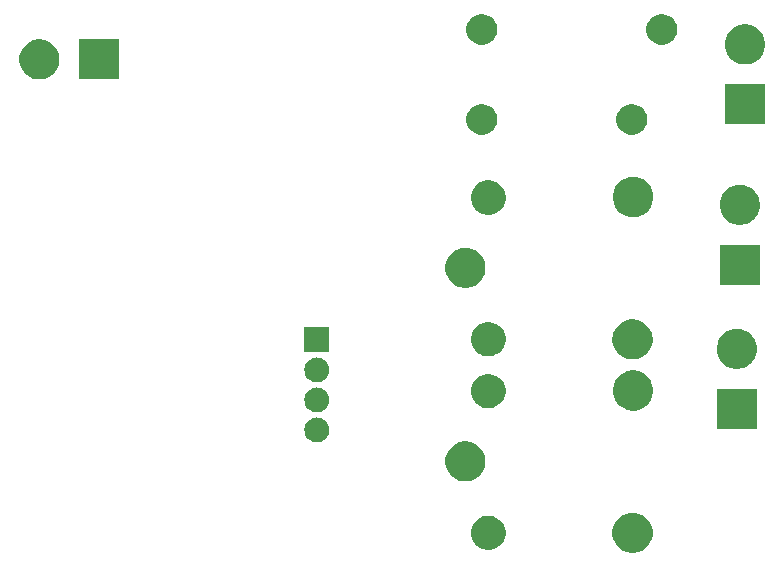
<source format=gbr>
G04 #@! TF.GenerationSoftware,KiCad,Pcbnew,5.0.1-33cea8e~68~ubuntu18.04.1*
G04 #@! TF.CreationDate,2018-11-29T09:05:56+01:00*
G04 #@! TF.ProjectId,Velux,56656C75782E6B696361645F70636200,rev?*
G04 #@! TF.SameCoordinates,Original*
G04 #@! TF.FileFunction,Soldermask,Bot*
G04 #@! TF.FilePolarity,Negative*
%FSLAX46Y46*%
G04 Gerber Fmt 4.6, Leading zero omitted, Abs format (unit mm)*
G04 Created by KiCad (PCBNEW 5.0.1-33cea8e~68~ubuntu18.04.1) date jeu. 29 nov. 2018 09:05:56 CET*
%MOMM*%
%LPD*%
G01*
G04 APERTURE LIST*
%ADD10C,0.100000*%
G04 APERTURE END LIST*
D10*
G36*
X185859393Y-87959553D02*
X185968872Y-87981330D01*
X186278252Y-88109479D01*
X186556687Y-88295523D01*
X186793477Y-88532313D01*
X186979521Y-88810748D01*
X187107670Y-89120128D01*
X187173000Y-89448565D01*
X187173000Y-89783435D01*
X187107670Y-90111872D01*
X186979521Y-90421252D01*
X186793477Y-90699687D01*
X186556687Y-90936477D01*
X186278252Y-91122521D01*
X185968872Y-91250670D01*
X185859393Y-91272447D01*
X185640437Y-91316000D01*
X185305563Y-91316000D01*
X185086607Y-91272447D01*
X184977128Y-91250670D01*
X184667748Y-91122521D01*
X184389313Y-90936477D01*
X184152523Y-90699687D01*
X183966479Y-90421252D01*
X183838330Y-90111872D01*
X183773000Y-89783435D01*
X183773000Y-89448565D01*
X183838330Y-89120128D01*
X183966479Y-88810748D01*
X184152523Y-88532313D01*
X184389313Y-88295523D01*
X184667748Y-88109479D01*
X184977128Y-87981330D01*
X185086607Y-87959553D01*
X185305563Y-87916000D01*
X185640437Y-87916000D01*
X185859393Y-87959553D01*
X185859393Y-87959553D01*
G37*
G36*
X173695947Y-88221722D02*
X173959833Y-88331027D01*
X174197324Y-88489713D01*
X174399287Y-88691676D01*
X174557973Y-88929167D01*
X174667278Y-89193053D01*
X174723000Y-89473186D01*
X174723000Y-89758814D01*
X174667278Y-90038947D01*
X174557973Y-90302833D01*
X174399287Y-90540324D01*
X174197324Y-90742287D01*
X173959833Y-90900973D01*
X173695947Y-91010278D01*
X173415814Y-91066000D01*
X173130186Y-91066000D01*
X172850053Y-91010278D01*
X172586167Y-90900973D01*
X172348676Y-90742287D01*
X172146713Y-90540324D01*
X171988027Y-90302833D01*
X171878722Y-90038947D01*
X171823000Y-89758814D01*
X171823000Y-89473186D01*
X171878722Y-89193053D01*
X171988027Y-88929167D01*
X172146713Y-88691676D01*
X172348676Y-88489713D01*
X172586167Y-88331027D01*
X172850053Y-88221722D01*
X173130186Y-88166000D01*
X173415814Y-88166000D01*
X173695947Y-88221722D01*
X173695947Y-88221722D01*
G37*
G36*
X171709393Y-81909553D02*
X171818872Y-81931330D01*
X172128252Y-82059479D01*
X172406687Y-82245523D01*
X172643477Y-82482313D01*
X172829521Y-82760748D01*
X172957670Y-83070128D01*
X173023000Y-83398565D01*
X173023000Y-83733435D01*
X172957670Y-84061872D01*
X172829521Y-84371252D01*
X172643477Y-84649687D01*
X172406687Y-84886477D01*
X172128252Y-85072521D01*
X171818872Y-85200670D01*
X171709393Y-85222447D01*
X171490437Y-85266000D01*
X171155563Y-85266000D01*
X170936607Y-85222447D01*
X170827128Y-85200670D01*
X170517748Y-85072521D01*
X170239313Y-84886477D01*
X170002523Y-84649687D01*
X169816479Y-84371252D01*
X169688330Y-84061872D01*
X169623000Y-83733435D01*
X169623000Y-83398565D01*
X169688330Y-83070128D01*
X169816479Y-82760748D01*
X170002523Y-82482313D01*
X170239313Y-82245523D01*
X170517748Y-82059479D01*
X170827128Y-81931330D01*
X170936607Y-81909553D01*
X171155563Y-81866000D01*
X171490437Y-81866000D01*
X171709393Y-81909553D01*
X171709393Y-81909553D01*
G37*
G36*
X158878707Y-79856597D02*
X158955836Y-79864193D01*
X159087787Y-79904220D01*
X159153763Y-79924233D01*
X159336172Y-80021733D01*
X159496054Y-80152946D01*
X159627267Y-80312828D01*
X159724767Y-80495237D01*
X159724767Y-80495238D01*
X159784807Y-80693164D01*
X159805080Y-80899000D01*
X159784807Y-81104836D01*
X159744780Y-81236787D01*
X159724767Y-81302763D01*
X159627267Y-81485172D01*
X159496054Y-81645054D01*
X159336172Y-81776267D01*
X159153763Y-81873767D01*
X159087787Y-81893780D01*
X158955836Y-81933807D01*
X158878707Y-81941404D01*
X158801580Y-81949000D01*
X158698420Y-81949000D01*
X158621293Y-81941404D01*
X158544164Y-81933807D01*
X158412213Y-81893780D01*
X158346237Y-81873767D01*
X158163828Y-81776267D01*
X158003946Y-81645054D01*
X157872733Y-81485172D01*
X157775233Y-81302763D01*
X157755220Y-81236787D01*
X157715193Y-81104836D01*
X157694920Y-80899000D01*
X157715193Y-80693164D01*
X157775233Y-80495238D01*
X157775233Y-80495237D01*
X157872733Y-80312828D01*
X158003946Y-80152946D01*
X158163828Y-80021733D01*
X158346237Y-79924233D01*
X158412213Y-79904220D01*
X158544164Y-79864193D01*
X158621293Y-79856597D01*
X158698420Y-79849000D01*
X158801580Y-79849000D01*
X158878707Y-79856597D01*
X158878707Y-79856597D01*
G37*
G36*
X196010000Y-80821000D02*
X192610000Y-80821000D01*
X192610000Y-77421000D01*
X196010000Y-77421000D01*
X196010000Y-80821000D01*
X196010000Y-80821000D01*
G37*
G36*
X158878707Y-77316597D02*
X158955836Y-77324193D01*
X159087787Y-77364220D01*
X159153763Y-77384233D01*
X159336172Y-77481733D01*
X159496054Y-77612946D01*
X159627267Y-77772828D01*
X159724767Y-77955237D01*
X159724767Y-77955238D01*
X159784807Y-78153164D01*
X159805080Y-78359000D01*
X159784807Y-78564836D01*
X159759068Y-78649687D01*
X159724767Y-78762763D01*
X159627267Y-78945172D01*
X159496054Y-79105054D01*
X159336172Y-79236267D01*
X159153763Y-79333767D01*
X159087787Y-79353780D01*
X158955836Y-79393807D01*
X158878707Y-79401403D01*
X158801580Y-79409000D01*
X158698420Y-79409000D01*
X158621293Y-79401403D01*
X158544164Y-79393807D01*
X158412213Y-79353780D01*
X158346237Y-79333767D01*
X158163828Y-79236267D01*
X158003946Y-79105054D01*
X157872733Y-78945172D01*
X157775233Y-78762763D01*
X157740932Y-78649687D01*
X157715193Y-78564836D01*
X157694920Y-78359000D01*
X157715193Y-78153164D01*
X157775233Y-77955238D01*
X157775233Y-77955237D01*
X157872733Y-77772828D01*
X158003946Y-77612946D01*
X158163828Y-77481733D01*
X158346237Y-77384233D01*
X158412213Y-77364220D01*
X158544164Y-77324193D01*
X158621293Y-77316597D01*
X158698420Y-77309000D01*
X158801580Y-77309000D01*
X158878707Y-77316597D01*
X158878707Y-77316597D01*
G37*
G36*
X185909393Y-75909553D02*
X186018872Y-75931330D01*
X186328252Y-76059479D01*
X186606687Y-76245523D01*
X186843477Y-76482313D01*
X187029521Y-76760748D01*
X187074360Y-76869000D01*
X187157670Y-77070129D01*
X187223000Y-77398563D01*
X187223000Y-77733437D01*
X187215164Y-77772829D01*
X187157670Y-78061872D01*
X187029521Y-78371252D01*
X186843477Y-78649687D01*
X186606687Y-78886477D01*
X186328252Y-79072521D01*
X186018872Y-79200670D01*
X185909393Y-79222447D01*
X185690437Y-79266000D01*
X185355563Y-79266000D01*
X185136607Y-79222447D01*
X185027128Y-79200670D01*
X184717748Y-79072521D01*
X184439313Y-78886477D01*
X184202523Y-78649687D01*
X184016479Y-78371252D01*
X183888330Y-78061872D01*
X183830836Y-77772829D01*
X183823000Y-77733437D01*
X183823000Y-77398563D01*
X183888330Y-77070129D01*
X183971640Y-76869000D01*
X184016479Y-76760748D01*
X184202523Y-76482313D01*
X184439313Y-76245523D01*
X184717748Y-76059479D01*
X185027128Y-75931330D01*
X185136607Y-75909553D01*
X185355563Y-75866000D01*
X185690437Y-75866000D01*
X185909393Y-75909553D01*
X185909393Y-75909553D01*
G37*
G36*
X173695947Y-76221722D02*
X173959833Y-76331027D01*
X174197324Y-76489713D01*
X174399287Y-76691676D01*
X174557973Y-76929167D01*
X174667278Y-77193053D01*
X174723000Y-77473186D01*
X174723000Y-77758814D01*
X174667278Y-78038947D01*
X174557973Y-78302833D01*
X174399287Y-78540324D01*
X174197324Y-78742287D01*
X173959833Y-78900973D01*
X173695947Y-79010278D01*
X173415814Y-79066000D01*
X173130186Y-79066000D01*
X172850053Y-79010278D01*
X172586167Y-78900973D01*
X172348676Y-78742287D01*
X172146713Y-78540324D01*
X171988027Y-78302833D01*
X171878722Y-78038947D01*
X171823000Y-77758814D01*
X171823000Y-77473186D01*
X171878722Y-77193053D01*
X171988027Y-76929167D01*
X172146713Y-76691676D01*
X172348676Y-76489713D01*
X172586167Y-76331027D01*
X172850053Y-76221722D01*
X173130186Y-76166000D01*
X173415814Y-76166000D01*
X173695947Y-76221722D01*
X173695947Y-76221722D01*
G37*
G36*
X158878707Y-74776597D02*
X158955836Y-74784193D01*
X159087787Y-74824220D01*
X159153763Y-74844233D01*
X159336172Y-74941733D01*
X159496054Y-75072946D01*
X159627267Y-75232828D01*
X159724767Y-75415237D01*
X159724767Y-75415238D01*
X159784807Y-75613164D01*
X159805080Y-75819000D01*
X159784807Y-76024836D01*
X159774298Y-76059479D01*
X159724767Y-76222763D01*
X159627267Y-76405172D01*
X159496054Y-76565054D01*
X159336172Y-76696267D01*
X159153763Y-76793767D01*
X159087787Y-76813780D01*
X158955836Y-76853807D01*
X158878707Y-76861404D01*
X158801580Y-76869000D01*
X158698420Y-76869000D01*
X158621293Y-76861404D01*
X158544164Y-76853807D01*
X158412213Y-76813780D01*
X158346237Y-76793767D01*
X158163828Y-76696267D01*
X158003946Y-76565054D01*
X157872733Y-76405172D01*
X157775233Y-76222763D01*
X157725702Y-76059479D01*
X157715193Y-76024836D01*
X157694920Y-75819000D01*
X157715193Y-75613164D01*
X157775233Y-75415238D01*
X157775233Y-75415237D01*
X157872733Y-75232828D01*
X158003946Y-75072946D01*
X158163828Y-74941733D01*
X158346237Y-74844233D01*
X158412213Y-74824220D01*
X158544164Y-74784193D01*
X158621293Y-74776597D01*
X158698420Y-74769000D01*
X158801580Y-74769000D01*
X158878707Y-74776597D01*
X158878707Y-74776597D01*
G37*
G36*
X194696393Y-72384553D02*
X194805872Y-72406330D01*
X195115252Y-72534479D01*
X195393687Y-72720523D01*
X195630477Y-72957313D01*
X195816521Y-73235748D01*
X195884736Y-73400435D01*
X195944670Y-73545129D01*
X196010000Y-73873563D01*
X196010000Y-74208437D01*
X195988467Y-74316689D01*
X195944670Y-74536872D01*
X195816521Y-74846252D01*
X195630477Y-75124687D01*
X195393687Y-75361477D01*
X195115252Y-75547521D01*
X194805872Y-75675670D01*
X194696393Y-75697447D01*
X194477437Y-75741000D01*
X194142563Y-75741000D01*
X193923607Y-75697447D01*
X193814128Y-75675670D01*
X193504748Y-75547521D01*
X193226313Y-75361477D01*
X192989523Y-75124687D01*
X192803479Y-74846252D01*
X192675330Y-74536872D01*
X192631533Y-74316689D01*
X192610000Y-74208437D01*
X192610000Y-73873563D01*
X192675330Y-73545129D01*
X192735264Y-73400435D01*
X192803479Y-73235748D01*
X192989523Y-72957313D01*
X193226313Y-72720523D01*
X193504748Y-72534479D01*
X193814128Y-72406330D01*
X193923607Y-72384553D01*
X194142563Y-72341000D01*
X194477437Y-72341000D01*
X194696393Y-72384553D01*
X194696393Y-72384553D01*
G37*
G36*
X185859393Y-71576553D02*
X185968872Y-71598330D01*
X186278252Y-71726479D01*
X186556687Y-71912523D01*
X186793477Y-72149313D01*
X186979521Y-72427748D01*
X187100792Y-72720523D01*
X187107670Y-72737129D01*
X187151468Y-72957313D01*
X187173000Y-73065565D01*
X187173000Y-73400435D01*
X187107670Y-73728872D01*
X186979521Y-74038252D01*
X186793477Y-74316687D01*
X186556687Y-74553477D01*
X186278252Y-74739521D01*
X185968872Y-74867670D01*
X185859393Y-74889447D01*
X185640437Y-74933000D01*
X185305563Y-74933000D01*
X185086607Y-74889447D01*
X184977128Y-74867670D01*
X184667748Y-74739521D01*
X184389313Y-74553477D01*
X184152523Y-74316687D01*
X183966479Y-74038252D01*
X183838330Y-73728872D01*
X183773000Y-73400435D01*
X183773000Y-73065565D01*
X183794533Y-72957313D01*
X183838330Y-72737129D01*
X183845208Y-72720523D01*
X183966479Y-72427748D01*
X184152523Y-72149313D01*
X184389313Y-71912523D01*
X184667748Y-71726479D01*
X184977128Y-71598330D01*
X185086607Y-71576553D01*
X185305563Y-71533000D01*
X185640437Y-71533000D01*
X185859393Y-71576553D01*
X185859393Y-71576553D01*
G37*
G36*
X173695947Y-71838722D02*
X173959833Y-71948027D01*
X174197324Y-72106713D01*
X174399287Y-72308676D01*
X174557973Y-72546167D01*
X174667278Y-72810053D01*
X174723000Y-73090186D01*
X174723000Y-73375814D01*
X174667278Y-73655947D01*
X174557973Y-73919833D01*
X174399287Y-74157324D01*
X174197324Y-74359287D01*
X173959833Y-74517973D01*
X173695947Y-74627278D01*
X173415814Y-74683000D01*
X173130186Y-74683000D01*
X172850053Y-74627278D01*
X172586167Y-74517973D01*
X172348676Y-74359287D01*
X172146713Y-74157324D01*
X171988027Y-73919833D01*
X171878722Y-73655947D01*
X171823000Y-73375814D01*
X171823000Y-73090186D01*
X171878722Y-72810053D01*
X171988027Y-72546167D01*
X172146713Y-72308676D01*
X172348676Y-72106713D01*
X172586167Y-71948027D01*
X172850053Y-71838722D01*
X173130186Y-71783000D01*
X173415814Y-71783000D01*
X173695947Y-71838722D01*
X173695947Y-71838722D01*
G37*
G36*
X159800000Y-74329000D02*
X157700000Y-74329000D01*
X157700000Y-72229000D01*
X159800000Y-72229000D01*
X159800000Y-74329000D01*
X159800000Y-74329000D01*
G37*
G36*
X171709393Y-65526553D02*
X171818872Y-65548330D01*
X172128252Y-65676479D01*
X172406687Y-65862523D01*
X172643477Y-66099313D01*
X172829521Y-66377748D01*
X172957670Y-66687128D01*
X173023000Y-67015565D01*
X173023000Y-67350435D01*
X172957670Y-67678872D01*
X172829521Y-67988252D01*
X172643477Y-68266687D01*
X172406687Y-68503477D01*
X172128252Y-68689521D01*
X171818872Y-68817670D01*
X171709393Y-68839447D01*
X171490437Y-68883000D01*
X171155563Y-68883000D01*
X170936607Y-68839447D01*
X170827128Y-68817670D01*
X170517748Y-68689521D01*
X170239313Y-68503477D01*
X170002523Y-68266687D01*
X169816479Y-67988252D01*
X169688330Y-67678872D01*
X169623000Y-67350435D01*
X169623000Y-67015565D01*
X169688330Y-66687128D01*
X169816479Y-66377748D01*
X170002523Y-66099313D01*
X170239313Y-65862523D01*
X170517748Y-65676479D01*
X170827128Y-65548330D01*
X170936607Y-65526553D01*
X171155563Y-65483000D01*
X171490437Y-65483000D01*
X171709393Y-65526553D01*
X171709393Y-65526553D01*
G37*
G36*
X196264000Y-68629000D02*
X192864000Y-68629000D01*
X192864000Y-65229000D01*
X196264000Y-65229000D01*
X196264000Y-68629000D01*
X196264000Y-68629000D01*
G37*
G36*
X194950393Y-60192553D02*
X195059872Y-60214330D01*
X195369252Y-60342479D01*
X195647687Y-60528523D01*
X195884477Y-60765313D01*
X196070521Y-61043748D01*
X196198670Y-61353128D01*
X196220447Y-61462607D01*
X196263465Y-61678872D01*
X196264000Y-61681565D01*
X196264000Y-62016435D01*
X196198670Y-62344872D01*
X196070521Y-62654252D01*
X195884477Y-62932687D01*
X195647687Y-63169477D01*
X195369252Y-63355521D01*
X195059872Y-63483670D01*
X194950393Y-63505447D01*
X194731437Y-63549000D01*
X194396563Y-63549000D01*
X194177607Y-63505447D01*
X194068128Y-63483670D01*
X193758748Y-63355521D01*
X193480313Y-63169477D01*
X193243523Y-62932687D01*
X193057479Y-62654252D01*
X192929330Y-62344872D01*
X192864000Y-62016435D01*
X192864000Y-61681565D01*
X192864536Y-61678872D01*
X192907553Y-61462607D01*
X192929330Y-61353128D01*
X193057479Y-61043748D01*
X193243523Y-60765313D01*
X193480313Y-60528523D01*
X193758748Y-60342479D01*
X194068128Y-60214330D01*
X194177607Y-60192553D01*
X194396563Y-60149000D01*
X194731437Y-60149000D01*
X194950393Y-60192553D01*
X194950393Y-60192553D01*
G37*
G36*
X185909393Y-59526553D02*
X186018872Y-59548330D01*
X186328252Y-59676479D01*
X186606687Y-59862523D01*
X186843477Y-60099313D01*
X187029521Y-60377748D01*
X187157670Y-60687128D01*
X187173222Y-60765313D01*
X187223000Y-61015563D01*
X187223000Y-61350437D01*
X187217952Y-61375813D01*
X187157670Y-61678872D01*
X187029521Y-61988252D01*
X186843477Y-62266687D01*
X186606687Y-62503477D01*
X186328252Y-62689521D01*
X186018872Y-62817670D01*
X185909393Y-62839447D01*
X185690437Y-62883000D01*
X185355563Y-62883000D01*
X185136607Y-62839447D01*
X185027128Y-62817670D01*
X184717748Y-62689521D01*
X184439313Y-62503477D01*
X184202523Y-62266687D01*
X184016479Y-61988252D01*
X183888330Y-61678872D01*
X183828048Y-61375813D01*
X183823000Y-61350437D01*
X183823000Y-61015563D01*
X183872778Y-60765313D01*
X183888330Y-60687128D01*
X184016479Y-60377748D01*
X184202523Y-60099313D01*
X184439313Y-59862523D01*
X184717748Y-59676479D01*
X185027128Y-59548330D01*
X185136607Y-59526553D01*
X185355563Y-59483000D01*
X185690437Y-59483000D01*
X185909393Y-59526553D01*
X185909393Y-59526553D01*
G37*
G36*
X173695947Y-59838722D02*
X173959833Y-59948027D01*
X174197324Y-60106713D01*
X174399287Y-60308676D01*
X174557973Y-60546167D01*
X174667278Y-60810053D01*
X174723000Y-61090186D01*
X174723000Y-61375814D01*
X174667278Y-61655947D01*
X174557973Y-61919833D01*
X174399287Y-62157324D01*
X174197324Y-62359287D01*
X173959833Y-62517973D01*
X173695947Y-62627278D01*
X173415814Y-62683000D01*
X173130186Y-62683000D01*
X172850053Y-62627278D01*
X172586167Y-62517973D01*
X172348676Y-62359287D01*
X172146713Y-62157324D01*
X171988027Y-61919833D01*
X171878722Y-61655947D01*
X171823000Y-61375814D01*
X171823000Y-61090186D01*
X171878722Y-60810053D01*
X171988027Y-60546167D01*
X172146713Y-60308676D01*
X172348676Y-60106713D01*
X172586167Y-59948027D01*
X172850053Y-59838722D01*
X173130186Y-59783000D01*
X173415814Y-59783000D01*
X173695947Y-59838722D01*
X173695947Y-59838722D01*
G37*
G36*
X185799196Y-53359958D02*
X186035780Y-53457954D01*
X186248705Y-53600226D01*
X186429774Y-53781295D01*
X186572046Y-53994220D01*
X186670042Y-54230804D01*
X186720000Y-54481960D01*
X186720000Y-54738040D01*
X186670042Y-54989196D01*
X186572046Y-55225780D01*
X186429774Y-55438705D01*
X186248705Y-55619774D01*
X186035780Y-55762046D01*
X185799196Y-55860042D01*
X185548040Y-55910000D01*
X185291960Y-55910000D01*
X185040804Y-55860042D01*
X184804220Y-55762046D01*
X184591295Y-55619774D01*
X184410226Y-55438705D01*
X184267954Y-55225780D01*
X184169958Y-54989196D01*
X184120000Y-54738040D01*
X184120000Y-54481960D01*
X184169958Y-54230804D01*
X184267954Y-53994220D01*
X184410226Y-53781295D01*
X184591295Y-53600226D01*
X184804220Y-53457954D01*
X185040804Y-53359958D01*
X185291960Y-53310000D01*
X185548040Y-53310000D01*
X185799196Y-53359958D01*
X185799196Y-53359958D01*
G37*
G36*
X173099196Y-53359958D02*
X173335780Y-53457954D01*
X173548705Y-53600226D01*
X173729774Y-53781295D01*
X173872046Y-53994220D01*
X173970042Y-54230804D01*
X174020000Y-54481960D01*
X174020000Y-54738040D01*
X173970042Y-54989196D01*
X173872046Y-55225780D01*
X173729774Y-55438705D01*
X173548705Y-55619774D01*
X173335780Y-55762046D01*
X173099196Y-55860042D01*
X172848040Y-55910000D01*
X172591960Y-55910000D01*
X172340804Y-55860042D01*
X172104220Y-55762046D01*
X171891295Y-55619774D01*
X171710226Y-55438705D01*
X171567954Y-55225780D01*
X171469958Y-54989196D01*
X171420000Y-54738040D01*
X171420000Y-54481960D01*
X171469958Y-54230804D01*
X171567954Y-53994220D01*
X171710226Y-53781295D01*
X171891295Y-53600226D01*
X172104220Y-53457954D01*
X172340804Y-53359958D01*
X172591960Y-53310000D01*
X172848040Y-53310000D01*
X173099196Y-53359958D01*
X173099196Y-53359958D01*
G37*
G36*
X196700000Y-55040000D02*
X193300000Y-55040000D01*
X193300000Y-51640000D01*
X196700000Y-51640000D01*
X196700000Y-55040000D01*
X196700000Y-55040000D01*
G37*
G36*
X135641393Y-47873553D02*
X135750872Y-47895330D01*
X136060252Y-48023479D01*
X136338687Y-48209523D01*
X136575477Y-48446313D01*
X136761521Y-48724748D01*
X136889670Y-49034128D01*
X136895861Y-49065252D01*
X136951246Y-49343689D01*
X136955000Y-49362565D01*
X136955000Y-49697435D01*
X136889670Y-50025872D01*
X136761521Y-50335252D01*
X136575477Y-50613687D01*
X136338687Y-50850477D01*
X136060252Y-51036521D01*
X135750872Y-51164670D01*
X135641393Y-51186447D01*
X135422437Y-51230000D01*
X135087563Y-51230000D01*
X134868607Y-51186447D01*
X134759128Y-51164670D01*
X134449748Y-51036521D01*
X134171313Y-50850477D01*
X133934523Y-50613687D01*
X133748479Y-50335252D01*
X133620330Y-50025872D01*
X133555000Y-49697435D01*
X133555000Y-49362565D01*
X133558755Y-49343689D01*
X133614139Y-49065252D01*
X133620330Y-49034128D01*
X133748479Y-48724748D01*
X133934523Y-48446313D01*
X134171313Y-48209523D01*
X134449748Y-48023479D01*
X134759128Y-47895330D01*
X134868607Y-47873553D01*
X135087563Y-47830000D01*
X135422437Y-47830000D01*
X135641393Y-47873553D01*
X135641393Y-47873553D01*
G37*
G36*
X142035000Y-51230000D02*
X138635000Y-51230000D01*
X138635000Y-47830000D01*
X142035000Y-47830000D01*
X142035000Y-51230000D01*
X142035000Y-51230000D01*
G37*
G36*
X195386393Y-46603553D02*
X195495872Y-46625330D01*
X195805252Y-46753479D01*
X196083687Y-46939523D01*
X196320477Y-47176313D01*
X196506521Y-47454748D01*
X196634670Y-47764128D01*
X196634670Y-47764129D01*
X196700000Y-48092563D01*
X196700000Y-48427437D01*
X196696245Y-48446313D01*
X196634670Y-48755872D01*
X196506521Y-49065252D01*
X196320477Y-49343687D01*
X196083687Y-49580477D01*
X195805252Y-49766521D01*
X195495872Y-49894670D01*
X195386393Y-49916447D01*
X195167437Y-49960000D01*
X194832563Y-49960000D01*
X194613607Y-49916447D01*
X194504128Y-49894670D01*
X194194748Y-49766521D01*
X193916313Y-49580477D01*
X193679523Y-49343687D01*
X193493479Y-49065252D01*
X193365330Y-48755872D01*
X193303755Y-48446313D01*
X193300000Y-48427437D01*
X193300000Y-48092563D01*
X193365330Y-47764129D01*
X193365330Y-47764128D01*
X193493479Y-47454748D01*
X193679523Y-47176313D01*
X193916313Y-46939523D01*
X194194748Y-46753479D01*
X194504128Y-46625330D01*
X194613607Y-46603553D01*
X194832563Y-46560000D01*
X195167437Y-46560000D01*
X195386393Y-46603553D01*
X195386393Y-46603553D01*
G37*
G36*
X173099196Y-45739958D02*
X173335780Y-45837954D01*
X173548705Y-45980226D01*
X173729774Y-46161295D01*
X173872046Y-46374220D01*
X173970042Y-46610804D01*
X174020000Y-46861960D01*
X174020000Y-47118040D01*
X173970042Y-47369196D01*
X173872046Y-47605780D01*
X173729774Y-47818705D01*
X173548705Y-47999774D01*
X173335780Y-48142046D01*
X173099196Y-48240042D01*
X172848040Y-48290000D01*
X172591960Y-48290000D01*
X172340804Y-48240042D01*
X172104220Y-48142046D01*
X171891295Y-47999774D01*
X171710226Y-47818705D01*
X171567954Y-47605780D01*
X171469958Y-47369196D01*
X171420000Y-47118040D01*
X171420000Y-46861960D01*
X171469958Y-46610804D01*
X171567954Y-46374220D01*
X171710226Y-46161295D01*
X171891295Y-45980226D01*
X172104220Y-45837954D01*
X172340804Y-45739958D01*
X172591960Y-45690000D01*
X172848040Y-45690000D01*
X173099196Y-45739958D01*
X173099196Y-45739958D01*
G37*
G36*
X188339196Y-45739958D02*
X188575780Y-45837954D01*
X188788705Y-45980226D01*
X188969774Y-46161295D01*
X189112046Y-46374220D01*
X189210042Y-46610804D01*
X189260000Y-46861960D01*
X189260000Y-47118040D01*
X189210042Y-47369196D01*
X189112046Y-47605780D01*
X188969774Y-47818705D01*
X188788705Y-47999774D01*
X188575780Y-48142046D01*
X188339196Y-48240042D01*
X188088040Y-48290000D01*
X187831960Y-48290000D01*
X187580804Y-48240042D01*
X187344220Y-48142046D01*
X187131295Y-47999774D01*
X186950226Y-47818705D01*
X186807954Y-47605780D01*
X186709958Y-47369196D01*
X186660000Y-47118040D01*
X186660000Y-46861960D01*
X186709958Y-46610804D01*
X186807954Y-46374220D01*
X186950226Y-46161295D01*
X187131295Y-45980226D01*
X187344220Y-45837954D01*
X187580804Y-45739958D01*
X187831960Y-45690000D01*
X188088040Y-45690000D01*
X188339196Y-45739958D01*
X188339196Y-45739958D01*
G37*
M02*

</source>
